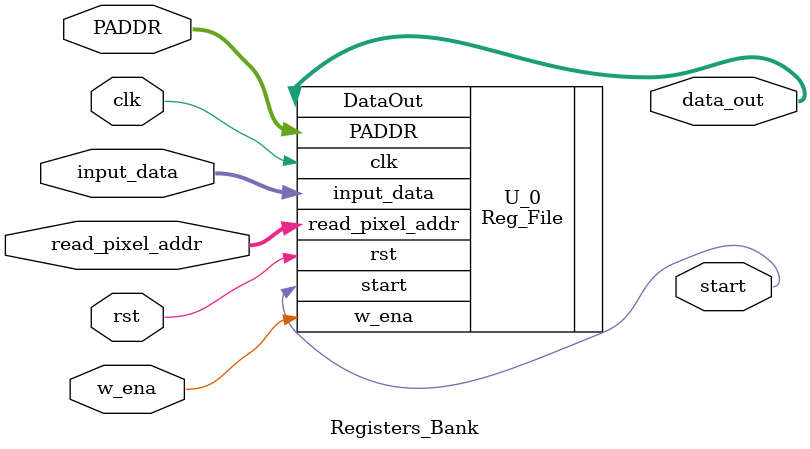
<source format=v>

`resetall
`timescale 1ns/10ps
module Registers_Bank #(
   // synopsys template
   parameter amba_word       = 16,
   parameter amba_addr_depth = 20,
   parameter Data_Depth      = 8
)
( 
   // Port Declarations
   input   wire    [amba_addr_depth-1:0]  PADDR, 
   input   wire                           clk, 
   input   wire    [amba_word-1:0]        input_data, 
   input   wire    [amba_addr_depth-1:0]  read_pixel_addr, 
   input   wire                           rst, 
   input   wire                           w_ena, 
   output  wire    [amba_word-1:0]        data_out, 
   output  wire                           start
);


// Internal Declarations


// Local declarations

// Internal signal declarations


// Instances 
Reg_File #(20,16,8) U_0( 
   .PADDR           (PADDR), 
   .clk             (clk), 
   .DataOut        (data_out), 
   .input_data      (input_data), 
   .read_pixel_addr (read_pixel_addr), 
   .rst             (rst), 
   .start           (start), 
   .w_ena           (w_ena)
); 


endmodule // Registers_Bank


</source>
